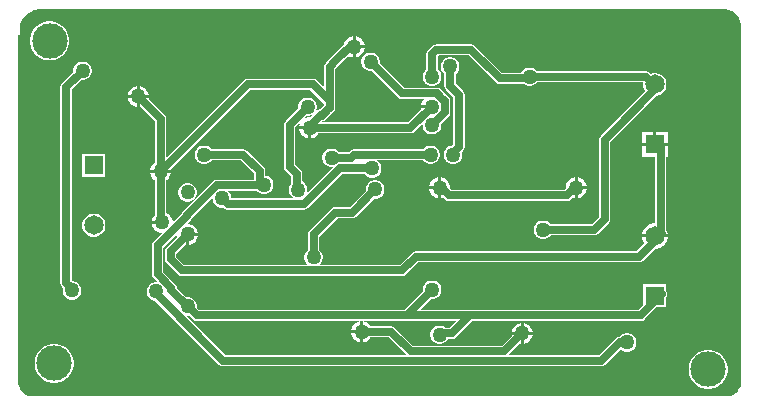
<source format=gbl>
G04*
G04 #@! TF.GenerationSoftware,Altium Limited,Altium Designer,25.4.2 (15)*
G04*
G04 Layer_Physical_Order=2*
G04 Layer_Color=16711680*
%FSLAX44Y44*%
%MOMM*%
G71*
G04*
G04 #@! TF.SameCoordinates,11C6A8BD-48F9-44D4-97C0-98E840ED0286*
G04*
G04*
G04 #@! TF.FilePolarity,Positive*
G04*
G01*
G75*
%ADD40C,0.6350*%
%ADD41C,1.6500*%
%ADD42R,1.6500X1.6500*%
%ADD43C,3.0000*%
%ADD44C,1.2700*%
G36*
X954035Y888463D02*
X956577Y887410D01*
X958865Y885881D01*
X960811Y883935D01*
X962340Y881647D01*
X963393Y879105D01*
X963930Y876406D01*
Y875030D01*
Y574040D01*
Y572789D01*
X963442Y570336D01*
X962485Y568024D01*
X961095Y565944D01*
X959326Y564175D01*
X957246Y562785D01*
X954934Y561828D01*
X952481Y561340D01*
X363239D01*
X360785Y561828D01*
X358474Y562785D01*
X356394Y564175D01*
X354625Y565944D01*
X353235Y568024D01*
X352278Y570336D01*
X351790Y572789D01*
Y574040D01*
Y867410D01*
X353060D01*
Y871220D01*
Y872971D01*
X353743Y876406D01*
X355084Y879642D01*
X357029Y882554D01*
X359506Y885031D01*
X362418Y886976D01*
X365654Y888317D01*
X369089Y889000D01*
X951336D01*
X954035Y888463D01*
D02*
G37*
%LPC*%
G36*
X637540Y866113D02*
Y858520D01*
X645133D01*
X644554Y860681D01*
X643384Y862709D01*
X641729Y864364D01*
X639701Y865534D01*
X637540Y866113D01*
D02*
G37*
G36*
X645133Y855980D02*
X637540D01*
Y848387D01*
X639701Y848966D01*
X641729Y850136D01*
X643384Y851791D01*
X644554Y853819D01*
X645133Y855980D01*
D02*
G37*
G36*
X380088Y878854D02*
X376833D01*
X373640Y878219D01*
X370633Y876973D01*
X367927Y875165D01*
X365625Y872863D01*
X363817Y870157D01*
X362571Y867150D01*
X361936Y863958D01*
Y860703D01*
X362571Y857510D01*
X363817Y854503D01*
X365625Y851797D01*
X367927Y849495D01*
X370633Y847687D01*
X373640Y846441D01*
X376833Y845806D01*
X380088D01*
X383280Y846441D01*
X386287Y847687D01*
X388993Y849495D01*
X391295Y851797D01*
X393103Y854503D01*
X394349Y857510D01*
X394984Y860703D01*
Y863958D01*
X394349Y867150D01*
X393103Y870157D01*
X391295Y872863D01*
X388993Y875165D01*
X386287Y876973D01*
X383280Y878219D01*
X380088Y878854D01*
D02*
G37*
G36*
X407437Y844804D02*
X405363D01*
X403361Y844267D01*
X401565Y843231D01*
X400099Y841765D01*
X399063Y839969D01*
X398526Y837967D01*
Y835893D01*
X398539Y835845D01*
X389042Y826348D01*
X388004Y824793D01*
X387639Y822960D01*
Y657699D01*
X388004Y655865D01*
X389042Y654311D01*
X389905Y653448D01*
X389529Y652045D01*
Y649971D01*
X390065Y647969D01*
X391102Y646173D01*
X392568Y644707D01*
X394363Y643671D01*
X396366Y643134D01*
X398439D01*
X400442Y643671D01*
X402237Y644707D01*
X403703Y646173D01*
X404740Y647969D01*
X405277Y649971D01*
Y652045D01*
X404740Y654047D01*
X403703Y655843D01*
X402237Y657309D01*
X400442Y658345D01*
X398439Y658882D01*
X398022D01*
X397221Y659683D01*
Y820975D01*
X405315Y829069D01*
X405363Y829056D01*
X407437D01*
X409439Y829593D01*
X411235Y830629D01*
X412701Y832095D01*
X413737Y833891D01*
X414274Y835893D01*
Y837967D01*
X413737Y839969D01*
X412701Y841765D01*
X411235Y843231D01*
X409439Y844267D01*
X407437Y844804D01*
D02*
G37*
G36*
X635000Y866113D02*
X632839Y865534D01*
X630811Y864364D01*
X629156Y862709D01*
X627986Y860681D01*
X627572Y859138D01*
X616872Y848438D01*
X616872Y848437D01*
X612124Y843689D01*
X611085Y842135D01*
X610721Y840302D01*
Y822658D01*
X604491Y828888D01*
X602937Y829926D01*
X601103Y830291D01*
X546100D01*
X544571Y829987D01*
X544267Y829926D01*
X542712Y828888D01*
X477231Y763407D01*
Y796290D01*
X476927Y797819D01*
X476866Y798123D01*
X475828Y799678D01*
X462080Y813425D01*
X462253Y814070D01*
X454660D01*
Y806477D01*
X455305Y806649D01*
X467649Y794305D01*
Y759339D01*
X466981Y758954D01*
X465326Y757299D01*
X464156Y755271D01*
X463577Y753110D01*
X481303D01*
X481130Y753755D01*
X548084Y820709D01*
X599119D01*
X610721Y809107D01*
Y807548D01*
X607617Y804444D01*
X606855Y804292D01*
X606116Y804145D01*
X606115Y804145D01*
X606115D01*
X605179Y803520D01*
X604561Y803107D01*
X603380Y801925D01*
X604237Y803411D01*
X604774Y805413D01*
Y807487D01*
X604237Y809489D01*
X603201Y811285D01*
X601735Y812751D01*
X599939Y813787D01*
X597937Y814324D01*
X595863D01*
X593861Y813787D01*
X592065Y812751D01*
X590599Y811285D01*
X589563Y809489D01*
X589026Y807487D01*
Y805413D01*
X589039Y805365D01*
X578272Y794598D01*
X577234Y793044D01*
X576869Y791210D01*
Y755269D01*
X577234Y753436D01*
X578272Y751881D01*
X582735Y747419D01*
Y741348D01*
X582440Y741054D01*
X581403Y739258D01*
X580867Y737256D01*
Y735182D01*
X581403Y733180D01*
X582440Y731384D01*
X583906Y729918D01*
X585372Y729072D01*
X532384D01*
Y730017D01*
X531847Y732019D01*
X530811Y733815D01*
X529388Y735238D01*
X554106D01*
X555235Y734109D01*
X557031Y733073D01*
X559033Y732536D01*
X561107D01*
X563109Y733073D01*
X564905Y734109D01*
X566371Y735575D01*
X567407Y737371D01*
X567944Y739373D01*
Y741447D01*
X567407Y743449D01*
X566371Y745245D01*
X564905Y746711D01*
X563109Y747747D01*
X561107Y748284D01*
X561106D01*
Y751785D01*
X560802Y753314D01*
X560741Y753618D01*
X559703Y755173D01*
X545678Y769198D01*
X544123Y770236D01*
X542290Y770601D01*
X515596D01*
X515571Y770645D01*
X514105Y772111D01*
X512309Y773147D01*
X510307Y773684D01*
X508233D01*
X506231Y773147D01*
X504435Y772111D01*
X502969Y770645D01*
X501933Y768849D01*
X501396Y766847D01*
Y764773D01*
X501933Y762771D01*
X502969Y760975D01*
X504435Y759509D01*
X506231Y758473D01*
X508233Y757936D01*
X510307D01*
X512309Y758473D01*
X514105Y759509D01*
X515571Y760975D01*
X515596Y761019D01*
X540305D01*
X551524Y749800D01*
Y744820D01*
X519933D01*
X518404Y744516D01*
X518100Y744455D01*
X516546Y743417D01*
X491529Y718400D01*
X490490Y716846D01*
X490427Y716527D01*
X482600Y708700D01*
Y709830D01*
X481994Y712091D01*
X480824Y714119D01*
X479169Y715774D01*
X477286Y716861D01*
Y718995D01*
X477231Y719272D01*
Y744341D01*
X477899Y744726D01*
X479554Y746381D01*
X480724Y748409D01*
X481303Y750570D01*
X463577D01*
X464156Y748409D01*
X465326Y746381D01*
X466981Y744726D01*
X467649Y744341D01*
Y719050D01*
X467704Y718774D01*
Y715226D01*
X466596Y714119D01*
X465426Y712091D01*
X464847Y709930D01*
X473710D01*
Y707390D01*
X464847D01*
X465426Y705229D01*
X466596Y703201D01*
X468251Y701546D01*
X470279Y700376D01*
X472540Y699770D01*
X473670D01*
X466512Y692612D01*
X465474Y691058D01*
X465109Y689224D01*
Y664596D01*
X465474Y662762D01*
X466512Y661208D01*
X469606Y658114D01*
X467593D01*
X465591Y657577D01*
X463795Y656541D01*
X462329Y655075D01*
X461293Y653279D01*
X460756Y651277D01*
Y649203D01*
X461293Y647201D01*
X462329Y645405D01*
X463795Y643939D01*
X465591Y642903D01*
X467593Y642366D01*
X468073D01*
X522261Y588178D01*
X523815Y587140D01*
X525648Y586775D01*
X845566D01*
X847400Y587140D01*
X848954Y588178D01*
X862055Y601279D01*
X862575Y600759D01*
X864371Y599723D01*
X866373Y599186D01*
X868447D01*
X870449Y599723D01*
X872245Y600759D01*
X873711Y602225D01*
X874747Y604021D01*
X875284Y606023D01*
Y608097D01*
X874747Y610099D01*
X873711Y611895D01*
X872245Y613361D01*
X870449Y614397D01*
X868447Y614934D01*
X866373D01*
X864371Y614397D01*
X862575Y613361D01*
X861109Y611895D01*
X861084Y611851D01*
X861060D01*
X859531Y611547D01*
X859227Y611486D01*
X857672Y610448D01*
X843581Y596357D01*
X766963D01*
X776595Y605989D01*
X777240Y605817D01*
Y613410D01*
X769647D01*
X769819Y612765D01*
X761285Y604231D01*
X686042D01*
X670936Y619338D01*
X669381Y620376D01*
X667548Y620741D01*
X650119D01*
X649734Y621409D01*
X648079Y623064D01*
X646051Y624234D01*
X643890Y624813D01*
Y615950D01*
Y607087D01*
X646051Y607666D01*
X648079Y608836D01*
X649734Y610491D01*
X650119Y611159D01*
X665564D01*
X680365Y596357D01*
X527633D01*
X494324Y629666D01*
X496337D01*
X496385Y629679D01*
X499532Y626532D01*
X501087Y625494D01*
X501391Y625433D01*
X502920Y625129D01*
X722493D01*
X716780Y619416D01*
X713790D01*
X713495Y619711D01*
X711699Y620747D01*
X709697Y621284D01*
X707623D01*
X705621Y620747D01*
X703825Y619711D01*
X702359Y618245D01*
X701323Y616449D01*
X700786Y614447D01*
Y612373D01*
X701323Y610371D01*
X702359Y608575D01*
X703825Y607109D01*
X705621Y606073D01*
X707623Y605536D01*
X709697D01*
X711699Y606073D01*
X713495Y607109D01*
X714961Y608575D01*
X715687Y609834D01*
X718765D01*
X720599Y610199D01*
X722153Y611237D01*
X736044Y625129D01*
X878840D01*
X880674Y625494D01*
X882228Y626532D01*
X892287Y636591D01*
X900658D01*
Y645285D01*
X901046Y645866D01*
X901411Y647700D01*
X901046Y649533D01*
X900658Y650115D01*
Y656139D01*
X881110D01*
Y638965D01*
X876855Y634711D01*
X692287D01*
X701225Y643649D01*
X701273Y643636D01*
X703347D01*
X705349Y644173D01*
X707145Y645209D01*
X708611Y646675D01*
X709647Y648471D01*
X710184Y650473D01*
Y652547D01*
X709647Y654549D01*
X708611Y656345D01*
X707145Y657811D01*
X705349Y658847D01*
X703347Y659384D01*
X701273D01*
X699271Y658847D01*
X697475Y657811D01*
X696009Y656345D01*
X694973Y654549D01*
X694436Y652547D01*
Y650473D01*
X694449Y650425D01*
X678736Y634711D01*
X504905D01*
X503161Y636455D01*
X503174Y636503D01*
Y638577D01*
X502637Y640579D01*
X501601Y642375D01*
X500135Y643841D01*
X498339Y644877D01*
X496337Y645414D01*
X494263D01*
X494215Y645401D01*
X486272Y653343D01*
X485989Y654766D01*
X485645Y655282D01*
X484951Y656320D01*
X474691Y666580D01*
Y687240D01*
X486410Y698959D01*
Y697330D01*
X486609Y696585D01*
X477561Y687537D01*
X476523Y685983D01*
X476158Y684149D01*
Y677291D01*
X476523Y675458D01*
X477561Y673903D01*
X486832Y664632D01*
X488386Y663594D01*
X490220Y663229D01*
X676910D01*
X678744Y663594D01*
X680298Y664632D01*
X690324Y674659D01*
X877570D01*
X879404Y675024D01*
X880958Y676062D01*
X891271Y686375D01*
X892304D01*
X895049Y687110D01*
X897509Y688531D01*
X899518Y690540D01*
X900938Y693000D01*
X901674Y695744D01*
Y695895D01*
X890884D01*
X880094D01*
Y695744D01*
X880829Y693000D01*
X882116Y690771D01*
X875585Y684241D01*
X688340D01*
X686811Y683937D01*
X686507Y683876D01*
X684952Y682838D01*
X674926Y672811D01*
X606858D01*
X608281Y674234D01*
X609317Y676030D01*
X609854Y678032D01*
Y680106D01*
X609317Y682108D01*
X608281Y683904D01*
X606815Y685370D01*
X606771Y685395D01*
Y696516D01*
X622407Y712151D01*
X634393D01*
X636226Y712516D01*
X637780Y713555D01*
X652965Y728739D01*
X653013Y728726D01*
X655087D01*
X657089Y729263D01*
X658885Y730299D01*
X660351Y731765D01*
X661387Y733561D01*
X661924Y735563D01*
Y737637D01*
X661387Y739639D01*
X660351Y741435D01*
X658885Y742901D01*
X657089Y743937D01*
X655087Y744474D01*
X653013D01*
X651011Y743937D01*
X649215Y742901D01*
X647749Y741435D01*
X646713Y739639D01*
X646176Y737637D01*
Y735563D01*
X646189Y735515D01*
X632408Y721733D01*
X620423D01*
X618589Y721369D01*
X617035Y720330D01*
X598592Y701888D01*
X597554Y700333D01*
X597189Y698500D01*
Y685395D01*
X597145Y685370D01*
X595679Y683904D01*
X594643Y682108D01*
X594106Y680106D01*
Y678032D01*
X594643Y676030D01*
X595679Y674234D01*
X597102Y672811D01*
X492205D01*
X485740Y679276D01*
Y682165D01*
X493385Y689809D01*
X494030Y689637D01*
Y698500D01*
X495300D01*
Y699770D01*
X504163D01*
X503584Y701931D01*
X502414Y703959D01*
X500759Y705614D01*
X498731Y706784D01*
X496470Y707390D01*
X494841D01*
X498304Y710853D01*
X499343Y712408D01*
X499407Y712727D01*
X516636Y729956D01*
Y727943D01*
X517173Y725941D01*
X518209Y724145D01*
X519675Y722679D01*
X521471Y721643D01*
X523473Y721106D01*
X525547D01*
X525595Y721119D01*
X525821Y720893D01*
X527376Y719855D01*
X529209Y719490D01*
X593857D01*
X595690Y719855D01*
X597244Y720893D01*
X625940Y749589D01*
X645184D01*
X645209Y749545D01*
X646675Y748079D01*
X648471Y747043D01*
X650473Y746506D01*
X652547D01*
X654549Y747043D01*
X656345Y748079D01*
X657811Y749545D01*
X658847Y751341D01*
X659384Y753343D01*
Y755417D01*
X658847Y757419D01*
X657811Y759215D01*
X656345Y760681D01*
X655759Y761019D01*
X694714D01*
X694739Y760975D01*
X696205Y759509D01*
X698001Y758473D01*
X700003Y757936D01*
X702077D01*
X704079Y758473D01*
X705875Y759509D01*
X707341Y760975D01*
X708377Y762771D01*
X708914Y764773D01*
Y766847D01*
X708377Y768849D01*
X707341Y770645D01*
X705875Y772111D01*
X704079Y773147D01*
X702077Y773684D01*
X700003D01*
X698001Y773147D01*
X696205Y772111D01*
X694739Y770645D01*
X694714Y770601D01*
X636270D01*
X634741Y770297D01*
X634437Y770236D01*
X632882Y769198D01*
X631745Y768061D01*
X623546D01*
X623521Y768105D01*
X622055Y769571D01*
X620259Y770607D01*
X618257Y771144D01*
X616183D01*
X614181Y770607D01*
X612385Y769571D01*
X610919Y768105D01*
X609883Y766309D01*
X609346Y764307D01*
Y762233D01*
X609883Y760231D01*
X610919Y758435D01*
X612385Y756969D01*
X614181Y755933D01*
X616183Y755396D01*
X618196D01*
X596114Y733314D01*
X596615Y735182D01*
Y737256D01*
X596078Y739258D01*
X595042Y741054D01*
X593575Y742520D01*
X592317Y743247D01*
Y749403D01*
X591952Y751237D01*
X590914Y752791D01*
X586451Y757254D01*
Y789225D01*
X595815Y798589D01*
X595863Y798576D01*
X597937D01*
X599939Y799113D01*
X601425Y799970D01*
X599014Y797560D01*
X597448D01*
X595187Y796954D01*
X593160Y795784D01*
X591505Y794129D01*
X590334Y792101D01*
X589755Y789940D01*
X598618D01*
Y788670D01*
X599888D01*
Y779807D01*
X602050Y780386D01*
X604077Y781556D01*
X605732Y783211D01*
X606118Y783879D01*
X684035D01*
X685869Y784244D01*
X687423Y785282D01*
X694261Y792120D01*
X694243Y792054D01*
Y789981D01*
X694780Y787978D01*
X695816Y786182D01*
X697282Y784716D01*
X699078Y783680D01*
X701081Y783143D01*
X703154D01*
X705156Y783680D01*
X706952Y784716D01*
X708418Y786182D01*
X709455Y787978D01*
X709991Y789981D01*
Y792054D01*
X709955Y792188D01*
X716499Y798733D01*
X717193Y799771D01*
X717538Y800287D01*
X717903Y802121D01*
Y811274D01*
X717538Y813107D01*
X716499Y814662D01*
X713670Y817491D01*
X713632Y817548D01*
X709912Y821268D01*
X708358Y822306D01*
X706524Y822671D01*
X678895D01*
X658101Y843465D01*
X658114Y843513D01*
Y845587D01*
X657577Y847589D01*
X656541Y849385D01*
X655075Y850851D01*
X653279Y851887D01*
X651277Y852424D01*
X649203D01*
X647201Y851887D01*
X645405Y850851D01*
X643939Y849385D01*
X642903Y847589D01*
X642366Y845587D01*
Y843513D01*
X642903Y841511D01*
X643939Y839715D01*
X645405Y838249D01*
X647201Y837213D01*
X649203Y836676D01*
X651277D01*
X651325Y836689D01*
X673522Y814492D01*
X675077Y813454D01*
X675381Y813393D01*
X676910Y813089D01*
X695882D01*
X694949Y812156D01*
X693779Y810129D01*
X693199Y807967D01*
X702063D01*
Y805427D01*
X693199D01*
X693372Y804782D01*
X682051Y793461D01*
X608467D01*
X609141Y794135D01*
X609721Y794250D01*
X610642Y794434D01*
X610642Y794434D01*
X610642D01*
X611165Y794783D01*
X612196Y795472D01*
X618450Y801727D01*
X618630Y801996D01*
X618899Y802176D01*
X619938Y803730D01*
X620303Y805563D01*
Y811092D01*
X620213Y811541D01*
X620303Y811990D01*
Y838317D01*
X623647Y841662D01*
Y841662D01*
X623647D01*
X631642Y849657D01*
X632839Y848966D01*
X635000Y848387D01*
Y857250D01*
Y866113D01*
D02*
G37*
G36*
X454660Y824203D02*
Y816610D01*
X462253D01*
X461674Y818771D01*
X460504Y820799D01*
X458849Y822454D01*
X456821Y823624D01*
X454660Y824203D01*
D02*
G37*
G36*
X452120D02*
X449959Y823624D01*
X447931Y822454D01*
X446276Y820799D01*
X445106Y818771D01*
X444527Y816610D01*
X452120D01*
Y824203D01*
D02*
G37*
G36*
Y814070D02*
X444527D01*
X445106Y811909D01*
X446276Y809881D01*
X447931Y808226D01*
X449959Y807056D01*
X452120Y806477D01*
Y814070D01*
D02*
G37*
G36*
X597348Y787400D02*
X589755D01*
X590334Y785239D01*
X591505Y783211D01*
X593160Y781556D01*
X595187Y780386D01*
X597348Y779807D01*
Y787400D01*
D02*
G37*
G36*
X901674Y785425D02*
X892154D01*
Y775905D01*
X901674D01*
Y785425D01*
D02*
G37*
G36*
X889614D02*
X880094D01*
Y775905D01*
X889614D01*
Y785425D01*
D02*
G37*
G36*
X718587Y848614D02*
X716513D01*
X714511Y848077D01*
X712715Y847041D01*
X711249Y845575D01*
X710213Y843779D01*
X709676Y841777D01*
Y839703D01*
X710213Y837701D01*
X711249Y835905D01*
X712715Y834439D01*
X712759Y834414D01*
Y824230D01*
X713124Y822396D01*
X714162Y820842D01*
X720379Y814625D01*
Y774593D01*
X719470Y773684D01*
X719053D01*
X717051Y773147D01*
X715255Y772111D01*
X713789Y770645D01*
X712753Y768849D01*
X712216Y766847D01*
Y764773D01*
X712753Y762771D01*
X713789Y760975D01*
X715255Y759509D01*
X717051Y758473D01*
X719053Y757936D01*
X721127D01*
X723129Y758473D01*
X724925Y759509D01*
X726391Y760975D01*
X727427Y762771D01*
X727964Y764773D01*
Y766847D01*
X727588Y768251D01*
X728558Y769221D01*
X729596Y770775D01*
X729961Y772608D01*
Y816610D01*
X729596Y818443D01*
X728558Y819998D01*
X722341Y826215D01*
Y834414D01*
X722385Y834439D01*
X723851Y835905D01*
X724887Y837701D01*
X725424Y839703D01*
Y841777D01*
X724887Y843779D01*
X723851Y845575D01*
X722385Y847041D01*
X720589Y848077D01*
X718587Y848614D01*
D02*
G37*
G36*
X425720Y766759D02*
X406172D01*
Y747211D01*
X425720D01*
Y766759D01*
D02*
G37*
G36*
X825500Y746733D02*
Y739140D01*
X833093D01*
X832514Y741301D01*
X831344Y743329D01*
X829689Y744984D01*
X827661Y746154D01*
X825500Y746733D01*
D02*
G37*
G36*
X707390D02*
X705229Y746154D01*
X703201Y744984D01*
X701546Y743329D01*
X700376Y741301D01*
X699797Y739140D01*
X707390D01*
Y746733D01*
D02*
G37*
G36*
X822960D02*
X820799Y746154D01*
X818771Y744984D01*
X817116Y743329D01*
X815946Y741301D01*
X815340Y739040D01*
Y737474D01*
X814177Y736311D01*
X718713D01*
X717550Y737474D01*
Y739040D01*
X716944Y741301D01*
X715774Y743329D01*
X714119Y744984D01*
X712091Y746154D01*
X709930Y746733D01*
Y737870D01*
Y729007D01*
X711930Y729543D01*
X713341Y728132D01*
X714379Y727438D01*
X714895Y727094D01*
X716728Y726729D01*
X816162D01*
X817995Y727094D01*
X819549Y728132D01*
X820960Y729543D01*
X822960Y729007D01*
Y737870D01*
Y746733D01*
D02*
G37*
G36*
X833093Y736600D02*
X825500D01*
Y729007D01*
X827661Y729586D01*
X829689Y730756D01*
X831344Y732411D01*
X832514Y734439D01*
X833093Y736600D01*
D02*
G37*
G36*
X707390D02*
X699797D01*
X700376Y734439D01*
X701546Y732411D01*
X703201Y730756D01*
X705229Y729586D01*
X707390Y729007D01*
Y736600D01*
D02*
G37*
G36*
X496337Y741934D02*
X494263D01*
X492261Y741397D01*
X490465Y740361D01*
X488999Y738895D01*
X487963Y737099D01*
X487426Y735097D01*
Y733023D01*
X487963Y731021D01*
X488999Y729225D01*
X490465Y727759D01*
X492261Y726723D01*
X494263Y726186D01*
X496337D01*
X498339Y726723D01*
X500135Y727759D01*
X501601Y729225D01*
X502637Y731021D01*
X503174Y733023D01*
Y735097D01*
X502637Y737099D01*
X501601Y738895D01*
X500135Y740361D01*
X498339Y741397D01*
X496337Y741934D01*
D02*
G37*
G36*
X735330Y859501D02*
X706030D01*
X704501Y859197D01*
X704196Y859136D01*
X702642Y858098D01*
X698922Y854378D01*
X697884Y852824D01*
X697519Y850990D01*
Y838176D01*
X697475Y838151D01*
X696009Y836685D01*
X694973Y834889D01*
X694436Y832887D01*
Y830813D01*
X694973Y828811D01*
X696009Y827015D01*
X697475Y825549D01*
X699271Y824513D01*
X701273Y823976D01*
X703347D01*
X705349Y824513D01*
X707145Y825549D01*
X708611Y827015D01*
X709647Y828811D01*
X710184Y830813D01*
Y832887D01*
X709647Y834889D01*
X708611Y836685D01*
X707145Y838151D01*
X707101Y838176D01*
Y849006D01*
X708014Y849919D01*
X733345D01*
X756072Y827192D01*
X757627Y826154D01*
X759460Y825789D01*
X769172D01*
X769448Y825844D01*
X779731D01*
X780025Y825549D01*
X781821Y824513D01*
X783823Y823976D01*
X785897D01*
X787899Y824513D01*
X789695Y825549D01*
X791161Y827015D01*
X791186Y827059D01*
X881200D01*
X881110Y826722D01*
Y824148D01*
X881776Y821662D01*
X882860Y819785D01*
X844972Y781898D01*
X843934Y780343D01*
X843569Y778510D01*
Y713185D01*
X837486Y707101D01*
X802616D01*
X802591Y707145D01*
X801125Y708611D01*
X799329Y709647D01*
X797327Y710184D01*
X795253D01*
X793251Y709647D01*
X791455Y708611D01*
X789989Y707145D01*
X788953Y705349D01*
X788416Y703347D01*
Y701273D01*
X788953Y699271D01*
X789989Y697475D01*
X791455Y696009D01*
X793251Y694973D01*
X795253Y694436D01*
X797327D01*
X799329Y694973D01*
X801125Y696009D01*
X802591Y697475D01*
X802616Y697519D01*
X839470D01*
X841303Y697884D01*
X842858Y698922D01*
X851748Y707812D01*
X852786Y709367D01*
X853151Y711200D01*
Y776525D01*
X892329Y815704D01*
X894656Y816327D01*
X896885Y817614D01*
X898705Y819434D01*
X899992Y821662D01*
X900658Y824148D01*
Y826722D01*
X899992Y829208D01*
X898705Y831436D01*
X896885Y833256D01*
X894656Y834543D01*
X892170Y835209D01*
X889597D01*
X887329Y834601D01*
X886692Y835238D01*
X885138Y836276D01*
X883304Y836641D01*
X791186D01*
X791161Y836685D01*
X789695Y838151D01*
X787899Y839187D01*
X785897Y839724D01*
X783823D01*
X781821Y839187D01*
X780025Y838151D01*
X778559Y836685D01*
X777832Y835426D01*
X769227D01*
X768950Y835371D01*
X761444D01*
X738718Y858098D01*
X737163Y859136D01*
X735330Y859501D01*
D02*
G37*
G36*
X901674Y773365D02*
X890884D01*
X880094D01*
Y763845D01*
X891194D01*
Y707955D01*
X889463D01*
X886719Y707220D01*
X884258Y705799D01*
X882250Y703790D01*
X880829Y701330D01*
X880094Y698586D01*
Y698435D01*
X890884D01*
X901674D01*
Y698586D01*
X900938Y701330D01*
X900776Y701611D01*
Y763845D01*
X901674D01*
Y773365D01*
D02*
G37*
G36*
X417233Y715959D02*
X414660D01*
X412174Y715293D01*
X409945Y714006D01*
X408125Y712186D01*
X406838Y709958D01*
X406172Y707472D01*
Y704898D01*
X406838Y702412D01*
X408125Y700184D01*
X409945Y698364D01*
X412174Y697077D01*
X414660Y696411D01*
X417233D01*
X419719Y697077D01*
X421948Y698364D01*
X423768Y700184D01*
X425054Y702412D01*
X425720Y704898D01*
Y707472D01*
X425054Y709958D01*
X423768Y712186D01*
X421948Y714006D01*
X419719Y715293D01*
X417233Y715959D01*
D02*
G37*
G36*
X504163Y697230D02*
X496570D01*
Y689637D01*
X498731Y690216D01*
X500759Y691386D01*
X502414Y693041D01*
X503584Y695069D01*
X504163Y697230D01*
D02*
G37*
G36*
X641350Y624813D02*
X639189Y624234D01*
X637161Y623064D01*
X635506Y621409D01*
X634336Y619381D01*
X633757Y617220D01*
X641350D01*
Y624813D01*
D02*
G37*
G36*
X779780Y623543D02*
Y615950D01*
X787373D01*
X786794Y618111D01*
X785624Y620139D01*
X783969Y621794D01*
X781941Y622964D01*
X779780Y623543D01*
D02*
G37*
G36*
X777240D02*
X775079Y622964D01*
X773051Y621794D01*
X771396Y620139D01*
X770226Y618111D01*
X769647Y615950D01*
X777240D01*
Y623543D01*
D02*
G37*
G36*
X641350Y614680D02*
X633757D01*
X634336Y612519D01*
X635506Y610491D01*
X637161Y608836D01*
X639189Y607666D01*
X641350Y607087D01*
Y614680D01*
D02*
G37*
G36*
X787373Y613410D02*
X779780D01*
Y605817D01*
X781941Y606396D01*
X783969Y607566D01*
X785624Y609221D01*
X786794Y611249D01*
X787373Y613410D01*
D02*
G37*
G36*
X383898Y605804D02*
X380643D01*
X377450Y605169D01*
X374443Y603923D01*
X371737Y602115D01*
X369435Y599813D01*
X367627Y597107D01*
X366381Y594100D01*
X365746Y590908D01*
Y587653D01*
X366381Y584460D01*
X367627Y581453D01*
X369435Y578747D01*
X371737Y576445D01*
X374443Y574637D01*
X377450Y573391D01*
X380643Y572756D01*
X383898D01*
X387090Y573391D01*
X390097Y574637D01*
X392803Y576445D01*
X395105Y578747D01*
X396913Y581453D01*
X398159Y584460D01*
X398794Y587653D01*
Y590908D01*
X398159Y594100D01*
X396913Y597107D01*
X395105Y599813D01*
X392803Y602115D01*
X390097Y603923D01*
X387090Y605169D01*
X383898Y605804D01*
D02*
G37*
G36*
X937617Y600724D02*
X934362D01*
X931170Y600089D01*
X928163Y598843D01*
X925457Y597035D01*
X923155Y594733D01*
X921347Y592027D01*
X920101Y589020D01*
X919466Y585827D01*
Y582573D01*
X920101Y579380D01*
X921347Y576373D01*
X923155Y573667D01*
X925457Y571365D01*
X928163Y569557D01*
X931170Y568311D01*
X934362Y567676D01*
X937617D01*
X940810Y568311D01*
X943817Y569557D01*
X946523Y571365D01*
X948825Y573667D01*
X950633Y576373D01*
X951879Y579380D01*
X952514Y582573D01*
Y585827D01*
X951879Y589020D01*
X950633Y592027D01*
X948825Y594733D01*
X946523Y597035D01*
X943817Y598843D01*
X940810Y600089D01*
X937617Y600724D01*
D02*
G37*
%LPD*%
D40*
X702310Y831850D02*
Y850990D01*
X706030Y854710D02*
X735330D01*
X759460Y830580D01*
X702310Y850990D02*
X706030Y854710D01*
X717550Y824230D02*
X725170Y816610D01*
X717550Y824230D02*
Y840740D01*
X725170Y772608D02*
Y816610D01*
X713112Y802121D02*
Y811274D01*
X702117Y791017D02*
Y791126D01*
X713112Y802121D01*
X525648Y591566D02*
X845566D01*
X468630Y648584D02*
X525648Y591566D01*
X481563Y651277D02*
X502920Y629920D01*
X468630Y648584D02*
Y650240D01*
X469900Y664596D02*
X481563Y652933D01*
Y651277D02*
Y652933D01*
X469900Y664596D02*
Y689224D01*
X861060Y607060D02*
X867410D01*
X845566Y591566D02*
X861060Y607060D01*
X397403Y651008D02*
Y652726D01*
X392430Y657699D02*
X397403Y652726D01*
X392430Y822960D02*
X406400Y836930D01*
X392430Y657699D02*
Y822960D01*
X490220Y668020D02*
X676910D01*
X688340Y679450D01*
X480949Y677291D02*
X490220Y668020D01*
X472440Y751840D02*
Y796290D01*
X453390Y815340D02*
X472440Y796290D01*
X710378Y737870D02*
X716728Y731520D01*
X816162D02*
X822512Y737870D01*
X716728Y731520D02*
X816162D01*
X708660Y737870D02*
X710378D01*
X822512D02*
X824230D01*
X763270Y599440D02*
X778510Y614680D01*
X684058Y599440D02*
X763270D01*
X709875Y614625D02*
X718765D01*
X708660Y613410D02*
X709875Y614625D01*
X667548Y615950D02*
X684058Y599440D01*
X642620Y615950D02*
X667548D01*
X502920Y629920D02*
X680720D01*
X607949Y799719D02*
X608808Y798860D01*
X615063Y805114D01*
X546100Y825500D02*
X601103D01*
X615512Y811990D02*
Y840302D01*
Y805563D02*
Y811092D01*
X601103Y825500D02*
X615512Y811092D01*
X581660Y791210D02*
X596900Y806450D01*
X472440Y751840D02*
X546100Y825500D01*
X598618Y790388D02*
X607949Y799719D01*
X598618Y788670D02*
Y790388D01*
X650240Y844550D02*
X676910Y817880D01*
X706524D01*
X759460Y830580D02*
X769172D01*
X769227Y830635D01*
X783645D01*
X784860Y831850D01*
X883304D01*
X887712Y827442D01*
X472440Y719050D02*
Y751840D01*
Y719050D02*
X472495Y718995D01*
X519933Y740029D02*
X556315D01*
X469900Y689224D02*
X494917Y714241D01*
Y715012D02*
X519933Y740029D01*
X472495Y709875D02*
Y718995D01*
X494917Y714241D02*
Y715012D01*
X472495Y709875D02*
X473710Y708660D01*
X556315Y740029D02*
Y751785D01*
X480949Y677291D02*
Y684149D01*
X495300Y698500D01*
X556315Y740029D02*
X559689D01*
X560070Y740410D01*
X524510Y728980D02*
X529209Y724281D01*
X593857D01*
X542290Y765810D02*
X556315Y751785D01*
X509270Y765810D02*
X542290D01*
X593857Y724281D02*
X623956Y754380D01*
X651510D01*
X581660Y755269D02*
Y791210D01*
Y755269D02*
X587526Y749403D01*
Y737434D02*
X588741Y736219D01*
X587526Y737434D02*
Y749403D01*
X887712Y827442D02*
X893408D01*
X895350Y825500D01*
X620260Y845050D02*
X620260D01*
X635000Y859790D01*
X615512Y840302D02*
X620260Y845050D01*
X598618Y788670D02*
X684035D01*
X702063Y806697D01*
X706524Y817880D02*
X710244Y814160D01*
Y814141D02*
Y814160D01*
Y814141D02*
X713112Y811274D01*
X720090Y765810D02*
Y767528D01*
X725170Y772608D01*
X617220Y763270D02*
X633730D01*
X636270Y765810D01*
X701040D01*
X601980Y679069D02*
Y698500D01*
X718765Y614625D02*
X734060Y629920D01*
X895350Y774700D02*
X895985Y774065D01*
Y699135D02*
Y774065D01*
Y699135D02*
X896620Y698500D01*
X877570Y679450D02*
X896620Y698500D01*
X688340Y679450D02*
X877570D01*
X680720Y629920D02*
X702310Y651510D01*
X634393Y716943D02*
X654050Y736600D01*
X620423Y716943D02*
X634393D01*
X601980Y698500D02*
X620423Y716943D01*
X848360Y778510D02*
X895350Y825500D01*
X848360Y711200D02*
Y778510D01*
X839470Y702310D02*
X848360Y711200D01*
X796290Y702310D02*
X839470D01*
X680720Y629920D02*
X734060D01*
X878840D01*
X896620Y647700D01*
D41*
X890884Y825435D02*
D03*
Y697165D02*
D03*
X415946Y706185D02*
D03*
D42*
X890884Y774635D02*
D03*
Y646365D02*
D03*
X415946Y756985D02*
D03*
D43*
X382270Y589280D02*
D03*
X935990Y584200D02*
D03*
X378460Y862330D02*
D03*
D44*
X717550Y840740D02*
D03*
X702117Y791017D02*
D03*
X468630Y650240D02*
D03*
X397403Y651008D02*
D03*
X867410Y607060D02*
D03*
X406400Y836930D02*
D03*
X453390Y815340D02*
D03*
X708660Y613410D02*
D03*
X495300Y637540D02*
D03*
X596900Y806450D02*
D03*
X784860Y831850D02*
D03*
X702310D02*
D03*
X473710Y708660D02*
D03*
X495300Y734060D02*
D03*
X472440Y751840D02*
D03*
X524510Y728980D02*
D03*
X560070Y740410D02*
D03*
X495300Y698500D02*
D03*
X509270Y765810D02*
D03*
X651510Y754380D02*
D03*
X588741Y736219D02*
D03*
X650240Y844550D02*
D03*
X636270Y857250D02*
D03*
X702063Y806697D02*
D03*
X598618Y788670D02*
D03*
X617220Y763270D02*
D03*
X701040Y765810D02*
D03*
X601980Y679069D02*
D03*
X778510Y614680D02*
D03*
X642620Y615950D02*
D03*
X824230Y737870D02*
D03*
X708660D02*
D03*
X702310Y651510D02*
D03*
X654050Y736600D02*
D03*
X720090Y765810D02*
D03*
X796290Y702310D02*
D03*
M02*

</source>
